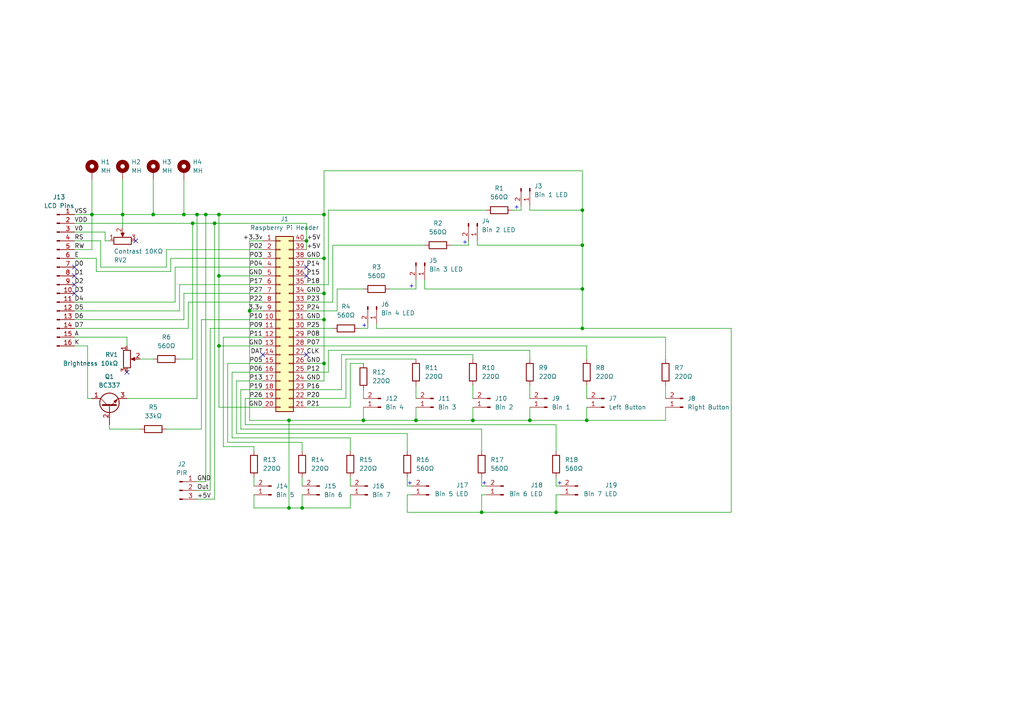
<source format=kicad_sch>
(kicad_sch (version 20231120) (generator "eeschema") (generator_version "8.0")
  (paper "A4")
  (lib_symbols
    (symbol "Connector:Conn_01x02_Pin" (pin_names (offset 1.016) hide)
      (property "Reference" "J" (at 0 2.54 0))
      (property "Value" "Conn_01x02_Pin" (at 0 -5.08 0))
      (symbol "Conn_01x02_Pin_1_1"
        (polyline (pts (xy 1.27 -2.54) (xy 0.8636 -2.54)) (stroke (width 0.1524)))
        (polyline (pts (xy 1.27 0) (xy 0.8636 0)) (stroke (width 0.1524)))
        (rectangle (start 0.8636 -2.413) (end 0 -2.667) (stroke (width 0.1524)) (fill (type outline)))
        (rectangle (start 0.8636 0.127) (end 0 -0.127) (stroke (width 0.1524)) (fill (type outline)))
        (pin passive line (at 5.08 0 180) (length 3.81) (name "Pin_1") (number "1"))
        (pin passive line (at 5.08 -2.54 180) (length 3.81) (name "Pin_2") (number "2"))
      )
    )
    (symbol "Connector:Conn_01x03_Pin" (pin_names (offset 1.016) hide)
      (property "Reference" "J" (at 0 5.08 0))
      (property "Value" "Conn_01x03_Pin" (at 0 -5.08 0))
      (symbol "Conn_01x03_Pin_1_1"
        (polyline (pts (xy 1.27 -2.54) (xy 0.8636 -2.54)) (stroke (width 0.1524)))
        (polyline (pts (xy 1.27 0) (xy 0.8636 0)) (stroke (width 0.1524)))
        (polyline (pts (xy 1.27 2.54) (xy 0.8636 2.54)) (stroke (width 0.1524)))
        (rectangle (start 0.8636 -2.413) (end 0 -2.667) (stroke (width 0.1524)) (fill (type outline)))
        (rectangle (start 0.8636 0.127) (end 0 -0.127) (stroke (width 0.1524)) (fill (type outline)))
        (rectangle (start 0.8636 2.667) (end 0 2.413) (stroke (width 0.1524)) (fill (type outline)))
        (pin passive line (at 5.08 2.54 180) (length 3.81) (name "Pin_1") (number "1"))
        (pin passive line (at 5.08 0 180) (length 3.81) (name "Pin_2") (number "2"))
        (pin passive line (at 5.08 -2.54 180) (length 3.81) (name "Pin_3") (number "3"))
      )
    )
    (symbol "Connector:Conn_01x16_Pin" (pin_names (offset 1.016) hide)
      (property "Reference" "J" (at 0 20.32 0))
      (property "Value" "Conn_01x16_Pin" (at 0 -22.86 0))
      (symbol "Conn_01x16_Pin_1_1"
        (polyline (pts (xy 1.27 -20.32) (xy 0.8636 -20.32)) (stroke (width 0.1524)))
        (polyline (pts (xy 1.27 -17.78) (xy 0.8636 -17.78)) (stroke (width 0.1524)))
        (polyline (pts (xy 1.27 -15.24) (xy 0.8636 -15.24)) (stroke (width 0.1524)))
        (polyline (pts (xy 1.27 -12.7) (xy 0.8636 -12.7)) (stroke (width 0.1524)))
        (polyline (pts (xy 1.27 -10.16) (xy 0.8636 -10.16)) (stroke (width 0.1524)))
        (polyline (pts (xy 1.27 -7.62) (xy 0.8636 -7.62)) (stroke (width 0.1524)))
        (polyline (pts (xy 1.27 -5.08) (xy 0.8636 -5.08)) (stroke (width 0.1524)))
        (polyline (pts (xy 1.27 -2.54) (xy 0.8636 -2.54)) (stroke (width 0.1524)))
        (polyline (pts (xy 1.27 0) (xy 0.8636 0)) (stroke (width 0.1524)))
        (polyline (pts (xy 1.27 2.54) (xy 0.8636 2.54)) (stroke (width 0.1524)))
        (polyline (pts (xy 1.27 5.08) (xy 0.8636 5.08)) (stroke (width 0.1524)))
        (polyline (pts (xy 1.27 7.62) (xy 0.8636 7.62)) (stroke (width 0.1524)))
        (polyline (pts (xy 1.27 10.16) (xy 0.8636 10.16)) (stroke (width 0.1524)))
        (polyline (pts (xy 1.27 12.7) (xy 0.8636 12.7)) (stroke (width 0.1524)))
        (polyline (pts (xy 1.27 15.24) (xy 0.8636 15.24)) (stroke (width 0.1524)))
        (polyline (pts (xy 1.27 17.78) (xy 0.8636 17.78)) (stroke (width 0.1524)))
        (rectangle (start 0.8636 -20.193) (end 0 -20.447) (stroke (width 0.1524)) (fill (type outline)))
        (rectangle (start 0.8636 -17.653) (end 0 -17.907) (stroke (width 0.1524)) (fill (type outline)))
        (rectangle (start 0.8636 -15.113) (end 0 -15.367) (stroke (width 0.1524)) (fill (type outline)))
        (rectangle (start 0.8636 -12.573) (end 0 -12.827) (stroke (width 0.1524)) (fill (type outline)))
        (rectangle (start 0.8636 -10.033) (end 0 -10.287) (stroke (width 0.1524)) (fill (type outline)))
        (rectangle (start 0.8636 -7.493) (end 0 -7.747) (stroke (width 0.1524)) (fill (type outline)))
        (rectangle (start 0.8636 -4.953) (end 0 -5.207) (stroke (width 0.1524)) (fill (type outline)))
        (rectangle (start 0.8636 -2.413) (end 0 -2.667) (stroke (width 0.1524)) (fill (type outline)))
        (rectangle (start 0.8636 0.127) (end 0 -0.127) (stroke (width 0.1524)) (fill (type outline)))
        (rectangle (start 0.8636 2.667) (end 0 2.413) (stroke (width 0.1524)) (fill (type outline)))
        (rectangle (start 0.8636 5.207) (end 0 4.953) (stroke (width 0.1524)) (fill (type outline)))
        (rectangle (start 0.8636 7.747) (end 0 7.493) (stroke (width 0.1524)) (fill (type outline)))
        (rectangle (start 0.8636 10.287) (end 0 10.033) (stroke (width 0.1524)) (fill (type outline)))
        (rectangle (start 0.8636 12.827) (end 0 12.573) (stroke (width 0.1524)) (fill (type outline)))
        (rectangle (start 0.8636 15.367) (end 0 15.113) (stroke (width 0.1524)) (fill (type outline)))
        (rectangle (start 0.8636 17.907) (end 0 17.653) (stroke (width 0.1524)) (fill (type outline)))
        (pin passive line (at 5.08 17.78 180) (length 3.81) (name "Pin_1") (number "1"))
        (pin passive line (at 5.08 -5.08 180) (length 3.81) (name "Pin_10") (number "10"))
        (pin passive line (at 5.08 -7.62 180) (length 3.81) (name "Pin_11") (number "11"))
        (pin passive line (at 5.08 -10.16 180) (length 3.81) (name "Pin_12") (number "12"))
        (pin passive line (at 5.08 -12.7 180) (length 3.81) (name "Pin_13") (number "13"))
        (pin passive line (at 5.08 -15.24 180) (length 3.81) (name "Pin_14") (number "14"))
        (pin passive line (at 5.08 -17.78 180) (length 3.81) (name "Pin_15") (number "15"))
        (pin passive line (at 5.08 -20.32 180) (length 3.81) (name "Pin_16") (number "16"))
        (pin passive line (at 5.08 15.24 180) (length 3.81) (name "Pin_2") (number "2"))
        (pin passive line (at 5.08 12.7 180) (length 3.81) (name "Pin_3") (number "3"))
        (pin passive line (at 5.08 10.16 180) (length 3.81) (name "Pin_4") (number "4"))
        (pin passive line (at 5.08 7.62 180) (length 3.81) (name "Pin_5") (number "5"))
        (pin passive line (at 5.08 5.08 180) (length 3.81) (name "Pin_6") (number "6"))
        (pin passive line (at 5.08 2.54 180) (length 3.81) (name "Pin_7") (number "7"))
        (pin passive line (at 5.08 0 180) (length 3.81) (name "Pin_8") (number "8"))
        (pin passive line (at 5.08 -2.54 180) (length 3.81) (name "Pin_9") (number "9"))
      )
    )
    (symbol "Connector_Generic:Conn_02x20_Counter_Clockwise" (pin_names (offset 1.016) hide)
      (property "Reference" "J" (at 1.27 25.4 0))
      (property "Value" "Conn_02x20_Counter_Clockwise" (at 1.27 -27.94 0))
      (symbol "Conn_02x20_Counter_Clockwise_1_1"
        (rectangle (start -1.27 -25.273) (end 0 -25.527) (stroke (width 0.1524)))
        (rectangle (start -1.27 -22.733) (end 0 -22.987) (stroke (width 0.1524)))
        (rectangle (start -1.27 -20.193) (end 0 -20.447) (stroke (width 0.1524)))
        (rectangle (start -1.27 -17.653) (end 0 -17.907) (stroke (width 0.1524)))
        (rectangle (start -1.27 -15.113) (end 0 -15.367) (stroke (width 0.1524)))
        (rectangle (start -1.27 -12.573) (end 0 -12.827) (stroke (width 0.1524)))
        (rectangle (start -1.27 -10.033) (end 0 -10.287) (stroke (width 0.1524)))
        (rectangle (start -1.27 -7.493) (end 0 -7.747) (stroke (width 0.1524)))
        (rectangle (start -1.27 -4.953) (end 0 -5.207) (stroke (width 0.1524)))
        (rectangle (start -1.27 -2.413) (end 0 -2.667) (stroke (width 0.1524)))
        (rectangle (start -1.27 0.127) (end 0 -0.127) (stroke (width 0.1524)))
        (rectangle (start -1.27 2.667) (end 0 2.413) (stroke (width 0.1524)))
        (rectangle (start -1.27 5.207) (end 0 4.953) (stroke (width 0.1524)))
        (rectangle (start -1.27 7.747) (end 0 7.493) (stroke (width 0.1524)))
        (rectangle (start -1.27 10.287) (end 0 10.033) (stroke (width 0.1524)))
        (rectangle (start -1.27 12.827) (end 0 12.573) (stroke (width 0.1524)))
        (rectangle (start -1.27 15.367) (end 0 15.113) (stroke (width 0.1524)))
        (rectangle (start -1.27 17.907) (end 0 17.653) (stroke (width 0.1524)))
        (rectangle (start -1.27 20.447) (end 0 20.193) (stroke (width 0.1524)))
        (rectangle (start -1.27 22.987) (end 0 22.733) (stroke (width 0.1524)))
        (rectangle (start -1.27 24.13) (end 3.81 -26.67) (stroke (width 0.254)) (fill (type background)))
        (rectangle (start 3.81 -25.273) (end 2.54 -25.527) (stroke (width 0.1524)))
        (rectangle (start 3.81 -22.733) (end 2.54 -22.987) (stroke (width 0.1524)))
        (rectangle (start 3.81 -20.193) (end 2.54 -20.447) (stroke (width 0.1524)))
        (rectangle (start 3.81 -17.653) (end 2.54 -17.907) (stroke (width 0.1524)))
        (rectangle (start 3.81 -15.113) (end 2.54 -15.367) (stroke (width 0.1524)))
        (rectangle (start 3.81 -12.573) (end 2.54 -12.827) (stroke (width 0.1524)))
        (rectangle (start 3.81 -10.033) (end 2.54 -10.287) (stroke (width 0.1524)))
        (rectangle (start 3.81 -7.493) (end 2.54 -7.747) (stroke (width 0.1524)))
        (rectangle (start 3.81 -4.953) (end 2.54 -5.207) (stroke (width 0.1524)))
        (rectangle (start 3.81 -2.413) (end 2.54 -2.667) (stroke (width 0.1524)))
        (rectangle (start 3.81 0.127) (end 2.54 -0.127) (stroke (width 0.1524)))
        (rectangle (start 3.81 2.667) (end 2.54 2.413) (stroke (width 0.1524)))
        (rectangle (start 3.81 5.207) (end 2.54 4.953) (stroke (width 0.1524)))
        (rectangle (start 3.81 7.747) (end 2.54 7.493) (stroke (width 0.1524)))
        (rectangle (start 3.81 10.287) (end 2.54 10.033) (stroke (width 0.1524)))
        (rectangle (start 3.81 12.827) (end 2.54 12.573) (stroke (width 0.1524)))
        (rectangle (start 3.81 15.367) (end 2.54 15.113) (stroke (width 0.1524)))
        (rectangle (start 3.81 17.907) (end 2.54 17.653) (stroke (width 0.1524)))
        (rectangle (start 3.81 20.447) (end 2.54 20.193) (stroke (width 0.1524)))
        (rectangle (start 3.81 22.987) (end 2.54 22.733) (stroke (width 0.1524)))
        (pin passive line (at -5.08 22.86 0) (length 3.81) (name "Pin_1") (number "1"))
        (pin passive line (at -5.08 0 0) (length 3.81) (name "Pin_10") (number "10"))
        (pin passive line (at -5.08 -2.54 0) (length 3.81) (name "Pin_11") (number "11"))
        (pin passive line (at -5.08 -5.08 0) (length 3.81) (name "Pin_12") (number "12"))
        (pin passive line (at -5.08 -7.62 0) (length 3.81) (name "Pin_13") (number "13"))
        (pin passive line (at -5.08 -10.16 0) (length 3.81) (name "Pin_14") (number "14"))
        (pin passive line (at -5.08 -12.7 0) (length 3.81) (name "Pin_15") (number "15"))
        (pin passive line (at -5.08 -15.24 0) (length 3.81) (name "Pin_16") (number "16"))
        (pin passive line (at -5.08 -17.78 0) (length 3.81) (name "Pin_17") (number "17"))
        (pin passive line (at -5.08 -20.32 0) (length 3.81) (name "Pin_18") (number "18"))
        (pin passive line (at -5.08 -22.86 0) (length 3.81) (name "Pin_19") (number "19"))
        (pin passive line (at -5.08 20.32 0) (length 3.81) (name "Pin_2") (number "2"))
        (pin passive line (at -5.08 -25.4 0) (length 3.81) (name "Pin_20") (number "20"))
        (pin passive line (at 7.62 -25.4 180) (length 3.81) (name "Pin_21") (number "21"))
        (pin passive line (at 7.62 -22.86 180) (length 3.81) (name "Pin_22") (number "22"))
        (pin passive line (at 7.62 -20.32 180) (length 3.81) (name "Pin_23") (number "23"))
        (pin passive line (at 7.62 -17.78 180) (length 3.81) (name "Pin_24") (number "24"))
        (pin passive line (at 7.62 -15.24 180) (length 3.81) (name "Pin_25") (number "25"))
        (pin passive line (at 7.62 -12.7 180) (length 3.81) (name "Pin_26") (number "26"))
        (pin passive line (at 7.62 -10.16 180) (length 3.81) (name "Pin_27") (number "27"))
        (pin passive line (at 7.62 -7.62 180) (length 3.81) (name "Pin_28") (number "28"))
        (pin passive line (at 7.62 -5.08 180) (length 3.81) (name "Pin_29") (number "29"))
        (pin passive line (at -5.08 17.78 0) (length 3.81) (name "Pin_3") (number "3"))
        (pin passive line (at 7.62 -2.54 180) (length 3.81) (name "Pin_30") (number "30"))
        (pin passive line (at 7.62 0 180) (length 3.81) (name "Pin_31") (number "31"))
        (pin passive line (at 7.62 2.54 180) (length 3.81) (name "Pin_32") (number "32"))
        (pin passive line (at 7.62 5.08 180) (length 3.81) (name "Pin_33") (number "33"))
        (pin passive line (at 7.62 7.62 180) (length 3.81) (name "Pin_34") (number "34"))
        (pin passive line (at 7.62 10.16 180) (length 3.81) (name "Pin_35") (number "35"))
        (pin passive line (at 7.62 12.7 180) (length 3.81) (name "Pin_36") (number "36"))
        (pin passive line (at 7.62 15.24 180) (length 3.81) (name "Pin_37") (number "37"))
        (pin passive line (at 7.62 17.78 180) (length 3.81) (name "Pin_38") (number "38"))
        (pin passive line (at 7.62 20.32 180) (length 3.81) (name "Pin_39") (number "39"))
        (pin passive line (at -5.08 15.24 0) (length 3.81) (name "Pin_4") (number "4"))
        (pin passive line (at 7.62 22.86 180) (length 3.81) (name "Pin_40") (number "40"))
        (pin passive line (at -5.08 12.7 0) (length 3.81) (name "Pin_5") (number "5"))
        (pin passive line (at -5.08 10.16 0) (length 3.81) (name "Pin_6") (number "6"))
        (pin passive line (at -5.08 7.62 0) (length 3.81) (name "Pin_7") (number "7"))
        (pin passive line (at -5.08 5.08 0) (length 3.81) (name "Pin_8") (number "8"))
        (pin passive line (at -5.08 2.54 0) (length 3.81) (name "Pin_9") (number "9"))
      )
    )
    (symbol "Device:R" (pin_numbers hide) (pin_names (offset 0))
      (property "Reference" "R" (at 2.032 0 90))
      (property "Value" "R" (at 0 0 90))
      (symbol "R_0_1"
        (rectangle (start -1.016 -2.54) (end 1.016 2.54) (stroke (width 0.254)))
      )
      (symbol "R_1_1"
        (pin passive line (at 0 3.81 270) (length 1.27) (name "~") (number "1"))
        (pin passive line (at 0 -3.81 90) (length 1.27) (name "~") (number "2"))
      )
    )
    (symbol "Device:R_Potentiometer" (pin_names (offset 1.016) hide)
      (property "Reference" "RV" (at -4.445 0 90))
      (property "Value" "R_Potentiometer" (at -2.54 0 90))
      (symbol "R_Potentiometer_0_1"
        (polyline (pts (xy 2.54 0) (xy 1.524 0)))
        (polyline (pts (xy 1.143 0) (xy 2.286 0.508) (xy 2.286 -0.508) (xy 1.143 0)) (fill (type outline)))
        (rectangle (start 1.016 2.54) (end -1.016 -2.54) (stroke (width 0.254)))
      )
      (symbol "R_Potentiometer_1_1"
        (pin passive line (at 0 3.81 270) (length 1.27) (name "1") (number "1"))
        (pin passive line (at 3.81 0 180) (length 1.27) (name "2") (number "2"))
        (pin passive line (at 0 -3.81 90) (length 1.27) (name "3") (number "3"))
      )
    )
    (symbol "Mechanical:MountingHole_Pad" (pin_numbers hide) (pin_names (offset 1.016) hide) (exclude_from_sim yes) (in_bom no)
      (property "Reference" "H" (at 0 6.35 0))
      (property "Value" "MountingHole_Pad" (at 0 4.445 0))
      (symbol "MountingHole_Pad_0_1"
        (circle (center 0 1.27) (radius 1.27) (stroke (width 1.27)))
      )
      (symbol "MountingHole_Pad_1_1"
        (pin input line (at 0 -2.54 90) (length 2.54) (name "1") (number "1"))
      )
    )
    (symbol "Transistor_BJT:BC337" (pin_names (offset 0) hide)
      (property "Reference" "Q" (at 5.08 1.905 0))
      (property "Value" "BC337" (at 5.08 0 0))
      (symbol "BC337_0_1"
        (polyline (pts (xy 0 0) (xy 0.635 0)))
        (polyline (pts (xy 0.635 0.635) (xy 2.54 2.54)))
        (polyline (pts (xy 0.635 -0.635) (xy 2.54 -2.54) (xy 2.54 -2.54)))
        (polyline (pts (xy 0.635 1.905) (xy 0.635 -1.905) (xy 0.635 -1.905)) (stroke (width 0.508)))
        (polyline (pts (xy 1.27 -1.778) (xy 1.778 -1.27) (xy 2.286 -2.286) (xy 1.27 -1.778) (xy 1.27 -1.778)) (fill (type outline)))
        (circle (center 1.27 0) (radius 2.8194) (stroke (width 0.254)))
      )
      (symbol "BC337_1_1"
        (pin passive line (at 2.54 5.08 270) (length 2.54) (name "C") (number "1"))
        (pin input line (at -5.08 0 0) (length 5.08) (name "B") (number "2"))
        (pin passive line (at 2.54 -5.08 90) (length 2.54) (name "E") (number "3"))
      )
    )
  )
  (junction (at 168.91 60.96))
  (junction (at 168.91 71.12))
  (junction (at 168.91 95.25))
  (junction (at 83.82 121.92))
  (junction (at 62.23 64.77))
  (junction (at 93.98 92.71))
  (junction (at 63.5 100.33))
  (junction (at 83.82 147.32))
  (junction (at 88.9 69.85))
  (junction (at 59.69 62.23))
  (junction (at 161.29 148.59))
  (junction (at 87.63 147.32))
  (junction (at 153.67 121.92))
  (junction (at 35.56 62.23))
  (junction (at 93.98 105.41))
  (junction (at 170.18 121.92))
  (junction (at 72.39 90.17))
  (junction (at 44.45 62.23))
  (junction (at 63.5 80.01))
  (junction (at 93.98 85.09))
  (junction (at 168.91 83.82))
  (junction (at 53.34 62.23))
  (junction (at 26.67 62.23))
  (junction (at 137.16 121.92))
  (junction (at 63.5 62.23))
  (junction (at 105.41 121.92))
  (junction (at 93.98 74.93))
  (junction (at 55.88 64.77))
  (junction (at 139.7 148.59))
  (junction (at 57.15 62.23))
  (junction (at 93.98 62.23))
  (junction (at 120.65 121.92))
  (no_connect (at 36.83 107.95))
  (no_connect (at 76.2 102.87))
  (no_connect (at 21.59 82.55))
  (no_connect (at 88.9 102.87))
  (no_connect (at 21.59 77.47))
  (no_connect (at 21.59 85.09))
  (no_connect (at 88.9 77.47))
  (no_connect (at 21.59 80.01))
  (no_connect (at 39.37 69.85))
  (no_connect (at 88.9 80.01))
  (wire (pts (xy 123.19 83.82) (xy 123.19 81.28)))
  (wire (pts (xy 137.16 102.87) (xy 137.16 104.14)))
  (wire (pts (xy 67.31 107.95) (xy 67.31 127)))
  (wire (pts (xy 68.58 110.49) (xy 68.58 125.73)))
  (wire (pts (xy 76.2 118.11) (xy 63.5 118.11)))
  (wire (pts (xy 59.69 139.7) (xy 59.69 62.23)))
  (wire (pts (xy 153.67 118.11) (xy 153.67 121.92)))
  (wire (pts (xy 101.6 118.11) (xy 88.9 118.11)))
  (wire (pts (xy 101.6 138.43) (xy 101.6 140.97)))
  (wire (pts (xy 93.98 105.41) (xy 93.98 110.49)))
  (wire (pts (xy 52.07 82.55) (xy 76.2 82.55)))
  (wire (pts (xy 87.63 143.51) (xy 87.63 147.32)))
  (wire (pts (xy 140.97 143.51) (xy 139.7 143.51)))
  (wire (pts (xy 52.07 90.17) (xy 52.07 82.55)))
  (wire (pts (xy 48.26 72.39) (xy 76.2 72.39)))
  (wire (pts (xy 138.43 71.12) (xy 168.91 71.12)))
  (wire (pts (xy 58.42 92.71) (xy 76.2 92.71)))
  (wire (pts (xy 93.98 110.49) (xy 88.9 110.49)))
  (wire (pts (xy 120.65 121.92) (xy 137.16 121.92)))
  (wire (pts (xy 31.75 124.46) (xy 40.64 124.46)))
  (wire (pts (xy 135.89 71.12) (xy 135.89 69.85)))
  (wire (pts (xy 153.67 121.92) (xy 170.18 121.92)))
  (wire (pts (xy 60.96 95.25) (xy 76.2 95.25)))
  (wire (pts (xy 87.63 147.32) (xy 83.82 147.32)))
  (wire (pts (xy 76.2 115.57) (xy 71.12 115.57)))
  (wire (pts (xy 59.69 62.23) (xy 63.5 62.23)))
  (wire (pts (xy 44.45 62.23) (xy 35.56 62.23)))
  (wire (pts (xy 168.91 71.12) (xy 168.91 60.96)))
  (wire (pts (xy 53.34 52.07) (xy 53.34 62.23)))
  (wire (pts (xy 99.06 102.87) (xy 137.16 102.87)))
  (wire (pts (xy 109.22 93.98) (xy 109.22 95.25)))
  (wire (pts (xy 170.18 121.92) (xy 193.04 121.92)))
  (wire (pts (xy 118.11 140.97) (xy 119.38 140.97)))
  (wire (pts (xy 168.91 60.96) (xy 168.91 49.53)))
  (wire (pts (xy 97.79 83.82) (xy 97.79 90.17)))
  (wire (pts (xy 73.66 138.43) (xy 73.66 140.97)))
  (wire (pts (xy 53.34 85.09) (xy 76.2 85.09)))
  (wire (pts (xy 30.48 69.85) (xy 31.75 69.85)))
  (wire (pts (xy 26.67 62.23) (xy 21.59 62.23)))
  (wire (pts (xy 170.18 100.33) (xy 88.9 100.33)))
  (wire (pts (xy 93.98 74.93) (xy 93.98 62.23)))
  (wire (pts (xy 30.48 67.31) (xy 21.59 67.31)))
  (wire (pts (xy 130.81 71.12) (xy 135.89 71.12)))
  (wire (pts (xy 63.5 100.33) (xy 76.2 100.33)))
  (wire (pts (xy 62.23 144.78) (xy 62.23 64.77)))
  (wire (pts (xy 140.97 60.96) (xy 95.25 60.96)))
  (wire (pts (xy 71.12 123.19) (xy 161.29 123.19)))
  (wire (pts (xy 118.11 125.73) (xy 118.11 130.81)))
  (wire (pts (xy 100.33 104.14) (xy 100.33 115.57)))
  (wire (pts (xy 168.91 95.25) (xy 212.09 95.25)))
  (wire (pts (xy 88.9 92.71) (xy 93.98 92.71)))
  (wire (pts (xy 63.5 80.01) (xy 76.2 80.01)))
  (wire (pts (xy 76.2 113.03) (xy 69.85 113.03)))
  (wire (pts (xy 25.4 100.33) (xy 21.59 100.33)))
  (wire (pts (xy 120.65 118.11) (xy 120.65 121.92)))
  (wire (pts (xy 69.85 124.46) (xy 139.7 124.46)))
  (wire (pts (xy 76.2 69.85) (xy 72.39 69.85)))
  (wire (pts (xy 21.59 90.17) (xy 52.07 90.17)))
  (wire (pts (xy 212.09 148.59) (xy 161.29 148.59)))
  (wire (pts (xy 139.7 148.59) (xy 139.7 143.51)))
  (wire (pts (xy 76.2 105.41) (xy 66.04 105.41)))
  (wire (pts (xy 36.83 115.57) (xy 57.15 115.57)))
  (wire (pts (xy 99.06 113.03) (xy 88.9 113.03)))
  (wire (pts (xy 118.11 143.51) (xy 118.11 148.59)))
  (wire (pts (xy 27.94 74.93) (xy 27.94 78.74)))
  (wire (pts (xy 106.68 95.25) (xy 106.68 93.98)))
  (wire (pts (xy 57.15 139.7) (xy 59.69 139.7)))
  (wire (pts (xy 101.6 105.41) (xy 101.6 118.11)))
  (wire (pts (xy 88.9 69.85) (xy 88.9 72.39)))
  (wire (pts (xy 139.7 138.43) (xy 139.7 140.97)))
  (wire (pts (xy 105.41 83.82) (xy 97.79 83.82)))
  (wire (pts (xy 93.98 85.09) (xy 93.98 74.93)))
  (wire (pts (xy 87.63 138.43) (xy 87.63 140.97)))
  (wire (pts (xy 101.6 143.51) (xy 101.6 147.32)))
  (wire (pts (xy 95.25 101.6) (xy 95.25 107.95)))
  (wire (pts (xy 67.31 127) (xy 101.6 127)))
  (wire (pts (xy 88.9 105.41) (xy 93.98 105.41)))
  (wire (pts (xy 63.5 118.11) (xy 63.5 100.33)))
  (wire (pts (xy 72.39 69.85) (xy 72.39 90.17)))
  (wire (pts (xy 63.5 80.01) (xy 63.5 62.23)))
  (wire (pts (xy 168.91 83.82) (xy 168.91 71.12)))
  (wire (pts (xy 27.94 78.74) (xy 49.53 78.74)))
  (wire (pts (xy 101.6 147.32) (xy 87.63 147.32)))
  (wire (pts (xy 63.5 62.23) (xy 93.98 62.23)))
  (wire (pts (xy 30.48 69.85) (xy 30.48 67.31)))
  (wire (pts (xy 53.34 92.71) (xy 53.34 85.09)))
  (wire (pts (xy 40.64 104.14) (xy 44.45 104.14)))
  (wire (pts (xy 64.77 97.79) (xy 64.77 129.54)))
  (wire (pts (xy 21.59 74.93) (xy 27.94 74.93)))
  (wire (pts (xy 93.98 105.41) (xy 93.98 92.71)))
  (wire (pts (xy 101.6 127) (xy 101.6 130.81)))
  (wire (pts (xy 148.59 60.96) (xy 151.13 60.96)))
  (wire (pts (xy 139.7 124.46) (xy 139.7 130.81)))
  (wire (pts (xy 76.2 110.49) (xy 68.58 110.49)))
  (wire (pts (xy 153.67 59.69) (xy 153.67 60.96)))
  (wire (pts (xy 31.75 123.19) (xy 31.75 124.46)))
  (wire (pts (xy 153.67 111.76) (xy 153.67 115.57)))
  (wire (pts (xy 93.98 92.71) (xy 93.98 85.09)))
  (wire (pts (xy 58.42 124.46) (xy 58.42 92.71)))
  (wire (pts (xy 118.11 148.59) (xy 139.7 148.59)))
  (wire (pts (xy 83.82 121.92) (xy 83.82 147.32)))
  (wire (pts (xy 162.56 143.51) (xy 161.29 143.51)))
  (wire (pts (xy 83.82 121.92) (xy 105.41 121.92)))
  (wire (pts (xy 193.04 118.11) (xy 193.04 121.92)))
  (wire (pts (xy 95.25 101.6) (xy 153.67 101.6)))
  (wire (pts (xy 113.03 83.82) (xy 120.65 83.82)))
  (wire (pts (xy 63.5 100.33) (xy 63.5 80.01)))
  (wire (pts (xy 44.45 52.07) (xy 44.45 62.23)))
  (wire (pts (xy 88.9 64.77) (xy 62.23 64.77)))
  (wire (pts (xy 123.19 71.12) (xy 96.52 71.12)))
  (wire (pts (xy 161.29 123.19) (xy 161.29 130.81)))
  (wire (pts (xy 55.88 64.77) (xy 21.59 64.77)))
  (wire (pts (xy 54.61 87.63) (xy 76.2 87.63)))
  (wire (pts (xy 35.56 52.07) (xy 35.56 62.23)))
  (wire (pts (xy 96.52 71.12) (xy 96.52 87.63)))
  (wire (pts (xy 48.26 77.47) (xy 48.26 72.39)))
  (wire (pts (xy 76.2 107.95) (xy 67.31 107.95)))
  (wire (pts (xy 60.96 142.24) (xy 60.96 95.25)))
  (wire (pts (xy 69.85 113.03) (xy 69.85 124.46)))
  (wire (pts (xy 52.07 104.14) (xy 55.88 104.14)))
  (wire (pts (xy 87.63 128.27) (xy 87.63 130.81)))
  (wire (pts (xy 57.15 142.24) (xy 60.96 142.24)))
  (wire (pts (xy 21.59 95.25) (xy 54.61 95.25)))
  (wire (pts (xy 49.53 78.74) (xy 49.53 74.93)))
  (wire (pts (xy 193.04 97.79) (xy 88.9 97.79)))
  (wire (pts (xy 153.67 60.96) (xy 168.91 60.96)))
  (wire (pts (xy 21.59 97.79) (xy 36.83 97.79)))
  (wire (pts (xy 76.2 90.17) (xy 72.39 90.17)))
  (wire (pts (xy 97.79 90.17) (xy 88.9 90.17)))
  (wire (pts (xy 21.59 87.63) (xy 50.8 87.63)))
  (wire (pts (xy 120.65 83.82) (xy 120.65 81.28)))
  (wire (pts (xy 36.83 100.33) (xy 36.83 97.79)))
  (wire (pts (xy 29.21 77.47) (xy 48.26 77.47)))
  (wire (pts (xy 151.13 59.69) (xy 151.13 60.96)))
  (wire (pts (xy 137.16 111.76) (xy 137.16 115.57)))
  (wire (pts (xy 59.69 62.23) (xy 57.15 62.23)))
  (wire (pts (xy 48.26 124.46) (xy 58.42 124.46)))
  (wire (pts (xy 29.21 69.85) (xy 29.21 77.47)))
  (wire (pts (xy 72.39 90.17) (xy 72.39 121.92)))
  (wire (pts (xy 168.91 95.25) (xy 168.91 83.82)))
  (wire (pts (xy 49.53 74.93) (xy 76.2 74.93)))
  (wire (pts (xy 25.4 100.33) (xy 25.4 115.57)))
  (wire (pts (xy 66.04 105.41) (xy 66.04 128.27)))
  (wire (pts (xy 62.23 64.77) (xy 55.88 64.77)))
  (wire (pts (xy 64.77 129.54) (xy 73.66 129.54)))
  (wire (pts (xy 50.8 77.47) (xy 76.2 77.47)))
  (wire (pts (xy 21.59 72.39) (xy 26.67 72.39)))
  (wire (pts (xy 95.25 107.95) (xy 88.9 107.95)))
  (wire (pts (xy 193.04 104.14) (xy 193.04 97.79)))
  (wire (pts (xy 21.59 92.71) (xy 53.34 92.71)))
  (wire (pts (xy 21.59 69.85) (xy 29.21 69.85)))
  (wire (pts (xy 26.67 52.07) (xy 26.67 62.23)))
  (wire (pts (xy 170.18 118.11) (xy 170.18 121.92)))
  (wire (pts (xy 123.19 83.82) (xy 168.91 83.82)))
  (wire (pts (xy 120.65 111.76) (xy 120.65 115.57)))
  (wire (pts (xy 71.12 115.57) (xy 71.12 123.19)))
  (wire (pts (xy 96.52 87.63) (xy 88.9 87.63)))
  (wire (pts (xy 212.09 95.25) (xy 212.09 148.59)))
  (wire (pts (xy 93.98 49.53) (xy 93.98 62.23)))
  (wire (pts (xy 55.88 64.77) (xy 55.88 104.14)))
  (wire (pts (xy 118.11 138.43) (xy 118.11 140.97)))
  (wire (pts (xy 50.8 87.63) (xy 50.8 77.47)))
  (wire (pts (xy 26.67 72.39) (xy 26.67 62.23)))
  (wire (pts (xy 99.06 102.87) (xy 99.06 113.03)))
  (wire (pts (xy 72.39 121.92) (xy 83.82 121.92)))
  (wire (pts (xy 68.58 125.73) (xy 118.11 125.73)))
  (wire (pts (xy 53.34 62.23) (xy 44.45 62.23)))
  (wire (pts (xy 88.9 74.93) (xy 93.98 74.93)))
  (wire (pts (xy 161.29 148.59) (xy 161.29 143.51)))
  (wire (pts (xy 95.25 60.96) (xy 95.25 82.55)))
  (wire (pts (xy 105.41 121.92) (xy 120.65 121.92)))
  (wire (pts (xy 57.15 62.23) (xy 53.34 62.23)))
  (wire (pts (xy 95.25 82.55) (xy 88.9 82.55)))
  (wire (pts (xy 138.43 71.12) (xy 138.43 69.85)))
  (wire (pts (xy 139.7 140.97) (xy 140.97 140.97)))
  (wire (pts (xy 88.9 69.85) (xy 88.9 64.77)))
  (wire (pts (xy 153.67 101.6) (xy 153.67 104.14)))
  (wire (pts (xy 88.9 85.09) (xy 93.98 85.09)))
  (wire (pts (xy 193.04 111.76) (xy 193.04 115.57)))
  (wire (pts (xy 83.82 147.32) (xy 73.66 147.32)))
  (wire (pts (xy 100.33 104.14) (xy 120.65 104.14)))
  (wire (pts (xy 161.29 148.59) (xy 139.7 148.59)))
  (wire (pts (xy 105.41 118.11) (xy 105.41 121.92)))
  (wire (pts (xy 170.18 111.76) (xy 170.18 115.57)))
  (wire (pts (xy 73.66 147.32) (xy 73.66 143.51)))
  (wire (pts (xy 25.4 115.57) (xy 26.67 115.57)))
  (wire (pts (xy 88.9 95.25) (xy 96.52 95.25)))
  (wire (pts (xy 104.14 95.25) (xy 106.68 95.25)))
  (wire (pts (xy 101.6 105.41) (xy 105.41 105.41)))
  (wire (pts (xy 161.29 140.97) (xy 162.56 140.97)))
  (wire (pts (xy 170.18 104.14) (xy 170.18 100.33)))
  (wire (pts (xy 137.16 121.92) (xy 153.67 121.92)))
  (wire (pts (xy 119.38 143.51) (xy 118.11 143.51)))
  (wire (pts (xy 57.15 115.57) (xy 57.15 62.23)))
  (wire (pts (xy 73.66 129.54) (xy 73.66 130.81)))
  (wire (pts (xy 35.56 62.23) (xy 26.67 62.23)))
  (wire (pts (xy 168.91 49.53) (xy 93.98 49.53)))
  (wire (pts (xy 54.61 95.25) (xy 54.61 87.63)))
  (wire (pts (xy 161.29 138.43) (xy 161.29 140.97)))
  (wire (pts (xy 109.22 95.25) (xy 168.91 95.25)))
  (wire (pts (xy 76.2 97.79) (xy 64.77 97.79)))
  (wire (pts (xy 137.16 118.11) (xy 137.16 121.92)))
  (wire (pts (xy 105.41 113.03) (xy 105.41 115.57)))
  (wire (pts (xy 35.56 62.23) (xy 35.56 66.04)))
  (wire (pts (xy 57.15 144.78) (xy 62.23 144.78)))
  (wire (pts (xy 100.33 115.57) (xy 88.9 115.57)))
  (wire (pts (xy 66.04 128.27) (xy 87.63 128.27)))
  (text "+" (at 149.86 60.198 0) (effects (font (size 1.27 1.27))))
  (text "+" (at 118.872 140.208 0) (effects (font (size 1.27 1.27))))
  (text "+" (at 134.874 70.358 0) (effects (font (size 1.27 1.27))))
  (text "+" (at 119.38 83.058 0) (effects (font (size 1.27 1.27))))
  (text "+" (at 162.306 140.208 0) (effects (font (size 1.27 1.27))))
  (text "+" (at 140.462 140.208 0) (effects (font (size 1.27 1.27))))
  (text "+" (at 105.664 94.488 0) (effects (font (size 1.27 1.27))))
  (label "GND" (at 88.9 105.41 0))
  (label "P09" (at 76.2 95.25 180))
  (label "VSS" (at 21.59 62.23 0))
  (label "P22" (at 76.2 87.63 180))
  (label "GND" (at 76.2 118.11 180))
  (label "+5V" (at 88.9 72.39 0))
  (label "D7" (at 21.59 95.25 0))
  (label "P17" (at 76.2 82.55 180))
  (label "D4" (at 21.59 87.63 0))
  (label "P16" (at 88.9 113.03 0))
  (label "GND" (at 76.2 100.33 180))
  (label "DAT" (at 76.2 102.87 180))
  (label "P26" (at 76.2 115.57 180))
  (label "P24" (at 88.9 90.17 0))
  (label "P20" (at 88.9 115.57 0))
  (label "P05" (at 76.2 105.41 180))
  (label "P04" (at 76.2 77.47 180))
  (label "P15" (at 88.9 80.01 0))
  (label "GND" (at 88.9 92.71 0))
  (label "K" (at 21.59 100.33 0))
  (label "P23" (at 88.9 87.63 0))
  (label "P25" (at 88.9 95.25 0))
  (label "E" (at 21.59 74.93 0))
  (label "P18" (at 88.9 82.55 0))
  (label "RW" (at 21.59 72.39 0))
  (label "P08" (at 88.9 97.79 0))
  (label "P07" (at 88.9 100.33 0))
  (label "D0" (at 21.59 77.47 0))
  (label "GND" (at 88.9 85.09 0))
  (label "P11" (at 76.2 97.79 180))
  (label "P03" (at 76.2 74.93 180))
  (label "GND" (at 88.9 74.93 0))
  (label "+5V" (at 88.9 69.85 0))
  (label "GND" (at 76.2 80.01 180))
  (label "P06" (at 76.2 107.95 180))
  (label "A" (at 21.59 97.79 0))
  (label "GND" (at 57.15 139.7 0))
  (label "D1" (at 21.59 80.01 0))
  (label "Out" (at 57.15 142.24 0))
  (label "+5V" (at 57.15 144.78 0))
  (label "RS" (at 21.59 69.85 0))
  (label "VDD" (at 21.59 64.77 0))
  (label "D5" (at 21.59 90.17 0))
  (label "P19" (at 76.2 113.03 180))
  (label "P21" (at 88.9 118.11 0))
  (label "GND" (at 88.9 110.49 0))
  (label "+3.3v" (at 76.2 69.85 180))
  (label "P12" (at 88.9 107.95 0))
  (label "D6" (at 21.59 92.71 0))
  (label "CLK" (at 88.9 102.87 0))
  (label "D2" (at 21.59 82.55 0))
  (label "P02" (at 76.2 72.39 180))
  (label "V0" (at 21.59 67.31 0))
  (label "P10" (at 76.2 92.71 180))
  (label "P27" (at 76.2 85.09 180))
  (label "D3" (at 21.59 85.09 0))
  (label "3.3v" (at 76.2 90.17 180))
  (label "P13" (at 76.2 110.49 180))
  (label "P14" (at 88.9 77.47 0))
  (symbol (lib_id "Connector:Conn_01x16_Pin") (at 16.51 80.01 0) (unit 1)
    (property "Reference" "J13" (at 17.145 57.15 0))
    (property "Value" "LCD Pins" (at 17.145 59.69 0))
    (property "Footprint" "Connector_PinSocket_2.54mm:PinSocket_1x16_P2.54mm_Horizontal" (effects (hide yes)))
    (property "Description" "Generic connector, single row, 01x16, script generated" (effects (hide yes)))
  )
  (symbol (lib_id "Device:R") (at 139.7 134.62 180) (unit 1)
    (property "Reference" "R17" (at 142.24 133.3499 0) (effects (justify right)))
    (property "Value" "560Ω" (at 142.24 135.8899 0) (effects (justify right)))
    (property "Footprint" "Resistor_THT:R_Axial_DIN0207_L6.3mm_D2.5mm_P10.16mm_Horizontal" (effects (hide yes)))
    (property "Description" "Resistor" (effects (hide yes)))
  )
  (symbol (lib_id "Device:R") (at 109.22 83.82 90) (unit 1)
    (property "Reference" "R3" (at 109.22 77.47 90))
    (property "Value" "560Ω" (at 109.22 80.01 90))
    (property "Footprint" "Resistor_THT:R_Axial_DIN0207_L6.3mm_D2.5mm_P10.16mm_Horizontal" (effects (hide yes)))
    (property "Description" "Resistor" (effects (hide yes)))
  )
  (symbol (lib_id "Device:R") (at 127 71.12 90) (unit 1)
    (property "Reference" "R2" (at 127 64.77 90))
    (property "Value" "560Ω" (at 127 67.31 90))
    (property "Footprint" "Resistor_THT:R_Axial_DIN0207_L6.3mm_D2.5mm_P10.16mm_Horizontal" (effects (hide yes)))
    (property "Description" "Resistor" (effects (hide yes)))
  )
  (symbol (lib_id "Device:R_Potentiometer") (at 35.56 69.85 90) (unit 1)
    (property "Reference" "RV2" (at 33.02 75.438 90) (effects (justify right)))
    (property "Value" "Contrast 10KΩ" (at 33.02 72.898 90) (effects (justify right)))
    (property "Footprint" "Potentiometer_THT:Potentiometer_Runtron_RM-065_Vertical" (effects (hide yes)))
    (property "Description" "Potentiometer" (effects (hide yes)))
  )
  (symbol (lib_id "Connector:Conn_01x02_Pin") (at 146.05 143.51 180) (unit 1)
    (property "Reference" "J18" (at 157.48 140.716 0) (effects (justify left)))
    (property "Value" "Bin 6 LED" (at 157.48 143.256 0) (effects (justify left)))
    (property "Footprint" "Connector_PinHeader_2.54mm:PinHeader_1x02_P2.54mm_Vertical" (effects (hide yes)))
    (property "Description" "Generic connector, single row, 01x02, script generated" (effects (hide yes)))
  )
  (symbol (lib_id "Connector:Conn_01x02_Pin") (at 123.19 76.2 270) (unit 1)
    (property "Reference" "J5" (at 124.46 75.5649 90) (effects (justify left)))
    (property "Value" "Bin 3 LED" (at 124.46 78.1049 90) (effects (justify left)))
    (property "Footprint" "Connector_PinHeader_2.54mm:PinHeader_1x02_P2.54mm_Vertical" (effects (hide yes)))
    (property "Description" "Generic connector, single row, 01x02, script generated" (effects (hide yes)))
  )
  (symbol (lib_id "Connector:Conn_01x02_Pin") (at 109.22 88.9 270) (unit 1)
    (property "Reference" "J6" (at 110.49 88.2649 90) (effects (justify left)))
    (property "Value" "Bin 4 LED" (at 110.49 90.8049 90) (effects (justify left)))
    (property "Footprint" "Connector_PinHeader_2.54mm:PinHeader_1x02_P2.54mm_Vertical" (effects (hide yes)))
    (property "Description" "Generic connector, single row, 01x02, script generated" (effects (hide yes)))
  )
  (symbol (lib_id "Device:R") (at 193.04 107.95 0) (unit 1)
    (property "Reference" "R7" (at 195.58 106.6799 0) (effects (justify left)))
    (property "Value" "220Ω" (at 195.58 109.2199 0) (effects (justify left)))
    (property "Footprint" "Resistor_THT:R_Axial_DIN0207_L6.3mm_D2.5mm_P10.16mm_Horizontal" (effects (hide yes)))
    (property "Description" "Resistor" (effects (hide yes)))
  )
  (symbol (lib_id "Connector:Conn_01x03_Pin") (at 52.07 142.24 0) (unit 1)
    (property "Reference" "J2" (at 52.705 134.62 0))
    (property "Value" "PIR" (at 52.705 137.16 0))
    (property "Footprint" "Connector_PinHeader_2.54mm:PinHeader_1x03_P2.54mm_Vertical" (effects (hide yes)))
    (property "Description" "Generic connector, single row, 01x03, script generated" (effects (hide yes)))
  )
  (symbol (lib_id "Device:R") (at 118.11 134.62 180) (unit 1)
    (property "Reference" "R16" (at 120.65 133.3499 0) (effects (justify right)))
    (property "Value" "560Ω" (at 120.65 135.8899 0) (effects (justify right)))
    (property "Footprint" "Resistor_THT:R_Axial_DIN0207_L6.3mm_D2.5mm_P10.16mm_Horizontal" (effects (hide yes)))
    (property "Description" "Resistor" (effects (hide yes)))
  )
  (symbol (lib_id "Device:R") (at 153.67 107.95 0) (unit 1)
    (property "Reference" "R9" (at 156.21 106.6799 0) (effects (justify left)))
    (property "Value" "220Ω" (at 156.21 109.2199 0) (effects (justify left)))
    (property "Footprint" "Resistor_THT:R_Axial_DIN0207_L6.3mm_D2.5mm_P10.16mm_Horizontal" (effects (hide yes)))
    (property "Description" "Resistor" (effects (hide yes)))
  )
  (symbol (lib_id "Transistor_BJT:BC337") (at 31.75 118.11 90) (unit 1)
    (property "Reference" "Q1" (at 31.75 109.22 90))
    (property "Value" "BC337" (at 31.75 111.76 90))
    (property "Footprint" "Package_TO_SOT_THT:TO-92_Inline" (effects (hide yes)))
    (property "Datasheet" "https://diotec.com/tl_files/diotec/files/pdf/datasheets/bc337.pdf" (effects (hide yes)))
    (property "Description" "0.8A Ic, 45V Vce, NPN Transistor, TO-92" (effects (hide yes)))
  )
  (symbol (lib_id "Connector:Conn_01x02_Pin") (at 106.68 143.51 180) (unit 1)
    (property "Reference" "J16" (at 107.95 140.9699 0) (effects (justify right)))
    (property "Value" "Bin 7" (at 107.95 143.5099 0) (effects (justify right)))
    (property "Footprint" "Connector_PinHeader_2.54mm:PinHeader_1x02_P2.54mm_Vertical" (effects (hide yes)))
    (property "Description" "Generic connector, single row, 01x02, script generated" (effects (hide yes)))
  )
  (symbol (lib_id "Connector:Conn_01x02_Pin") (at 78.74 143.51 180) (unit 1)
    (property "Reference" "J14" (at 80.01 140.9699 0) (effects (justify right)))
    (property "Value" "Bin 5" (at 80.01 143.5099 0) (effects (justify right)))
    (property "Footprint" "Connector_PinHeader_2.54mm:PinHeader_1x02_P2.54mm_Vertical" (effects (hide yes)))
    (property "Description" "Generic connector, single row, 01x02, script generated" (effects (hide yes)))
  )
  (symbol (lib_id "Device:R") (at 144.78 60.96 90) (unit 1)
    (property "Reference" "R1" (at 144.78 54.61 90))
    (property "Value" "560Ω" (at 144.78 57.15 90))
    (property "Footprint" "Resistor_THT:R_Axial_DIN0207_L6.3mm_D2.5mm_P10.16mm_Horizontal" (effects (hide yes)))
    (property "Description" "Resistor" (effects (hide yes)))
  )
  (symbol (lib_id "Device:R") (at 137.16 107.95 0) (unit 1)
    (property "Reference" "R10" (at 139.7 106.6799 0) (effects (justify left)))
    (property "Value" "220Ω" (at 139.7 109.2199 0) (effects (justify left)))
    (property "Footprint" "Resistor_THT:R_Axial_DIN0207_L6.3mm_D2.5mm_P10.16mm_Horizontal" (effects (hide yes)))
    (property "Description" "Resistor" (effects (hide yes)))
  )
  (symbol (lib_id "Mechanical:MountingHole_Pad") (at 53.34 49.53 0) (unit 1) (exclude_from_sim yes) (in_bom no)
    (property "Reference" "H4" (at 55.88 46.9899 0) (effects (justify left)))
    (property "Value" "MH" (at 55.88 49.5299 0) (effects (justify left)))
    (property "Description" "Mounting Hole with connection" (effects (hide yes)))
  )
  (symbol (lib_id "Device:R") (at 105.41 109.22 0) (unit 1)
    (property "Reference" "R12" (at 107.95 107.9499 0) (effects (justify left)))
    (property "Value" "220Ω" (at 107.95 110.4899 0) (effects (justify left)))
    (property "Footprint" "Resistor_THT:R_Axial_DIN0207_L6.3mm_D2.5mm_P10.16mm_Horizontal" (effects (hide yes)))
    (property "Description" "Resistor" (effects (hide yes)))
  )
  (symbol (lib_id "Connector:Conn_01x02_Pin") (at 167.64 143.51 180) (unit 1)
    (property "Reference" "J19" (at 179.07 140.716 0) (effects (justify left)))
    (property "Value" "Bin 7 LED" (at 179.07 143.256 0) (effects (justify left)))
    (property "Footprint" "Connector_PinHeader_2.54mm:PinHeader_1x02_P2.54mm_Vertical" (effects (hide yes)))
    (property "Description" "Generic connector, single row, 01x02, script generated" (effects (hide yes)))
  )
  (symbol (lib_id "Device:R") (at 170.18 107.95 0) (unit 1)
    (property "Reference" "R8" (at 172.72 106.6799 0) (effects (justify left)))
    (property "Value" "220Ω" (at 172.72 109.2199 0) (effects (justify left)))
    (property "Footprint" "Resistor_THT:R_Axial_DIN0207_L6.3mm_D2.5mm_P10.16mm_Horizontal" (effects (hide yes)))
    (property "Description" "Resistor" (effects (hide yes)))
  )
  (symbol (lib_id "Connector:Conn_01x02_Pin") (at 92.71 143.51 180) (unit 1)
    (property "Reference" "J15" (at 93.98 140.9699 0) (effects (justify right)))
    (property "Value" "Bin 6" (at 93.98 143.5099 0) (effects (justify right)))
    (property "Footprint" "Connector_PinHeader_2.54mm:PinHeader_1x02_P2.54mm_Vertical" (effects (hide yes)))
    (property "Description" "Generic connector, single row, 01x02, script generated" (effects (hide yes)))
  )
  (symbol (lib_id "Connector:Conn_01x02_Pin") (at 198.12 118.11 180) (unit 1)
    (property "Reference" "J8" (at 199.39 115.5699 0) (effects (justify right)))
    (property "Value" "Right Button" (at 199.39 118.1099 0) (effects (justify right)))
    (property "Footprint" "Connector_PinHeader_2.54mm:PinHeader_1x02_P2.54mm_Vertical" (effects (hide yes)))
    (property "Description" "Generic connector, single row, 01x02, script generated" (effects (hide yes)))
  )
  (symbol (lib_id "Connector_Generic:Conn_02x20_Counter_Clockwise") (at 81.28 92.71 0) (unit 1)
    (property "Reference" "J1" (at 82.55 63.5 0))
    (property "Value" "Raspberry Pi Header" (at 82.55 66.04 0))
    (property "Footprint" "Connector_PinHeader_2.54mm:PinHeader_2x20_P2.54mm_Vertical" (effects (hide yes)))
    (property "Description" "Generic connector, double row, 02x20, counter clockwise pin numbering scheme (similar to DIP package numbering), script generated (kicad-library-utils/schlib/autogen/connector/)" (effects (hide yes)))
  )
  (symbol (lib_id "Connector:Conn_01x02_Pin") (at 142.24 118.11 180) (unit 1)
    (property "Reference" "J10" (at 143.51 115.5699 0) (effects (justify right)))
    (property "Value" "Bin 2" (at 143.51 118.1099 0) (effects (justify right)))
    (property "Footprint" "Connector_PinHeader_2.54mm:PinHeader_1x02_P2.54mm_Vertical" (effects (hide yes)))
    (property "Description" "Generic connector, single row, 01x02, script generated" (effects (hide yes)))
  )
  (symbol (lib_id "Mechanical:MountingHole_Pad") (at 26.67 49.53 0) (unit 1) (exclude_from_sim yes) (in_bom no)
    (property "Reference" "H1" (at 29.21 46.9899 0) (effects (justify left)))
    (property "Value" "MH" (at 29.21 49.5299 0) (effects (justify left)))
    (property "Description" "Mounting Hole with connection" (effects (hide yes)))
  )
  (symbol (lib_id "Connector:Conn_01x02_Pin") (at 153.67 54.61 270) (unit 1)
    (property "Reference" "J3" (at 154.94 53.9749 90) (effects (justify left)))
    (property "Value" "Bin 1 LED" (at 154.94 56.5149 90) (effects (justify left)))
    (property "Footprint" "Connector_PinHeader_2.54mm:PinHeader_1x02_P2.54mm_Vertical" (effects (hide yes)))
    (property "Description" "Generic connector, single row, 01x02, script generated" (effects (hide yes)))
  )
  (symbol (lib_id "Mechanical:MountingHole_Pad") (at 35.56 49.53 0) (unit 1) (exclude_from_sim yes) (in_bom no)
    (property "Reference" "H2" (at 38.1 46.9899 0) (effects (justify left)))
    (property "Value" "MH" (at 38.1 49.5299 0) (effects (justify left)))
    (property "Description" "Mounting Hole with connection" (effects (hide yes)))
  )
  (symbol (lib_id "Device:R") (at 161.29 134.62 180) (unit 1)
    (property "Reference" "R18" (at 163.83 133.3499 0) (effects (justify right)))
    (property "Value" "560Ω" (at 163.83 135.8899 0) (effects (justify right)))
    (property "Footprint" "Resistor_THT:R_Axial_DIN0207_L6.3mm_D2.5mm_P10.16mm_Horizontal" (effects (hide yes)))
    (property "Description" "Resistor" (effects (hide yes)))
  )
  (symbol (lib_id "Device:R") (at 120.65 107.95 0) (unit 1)
    (property "Reference" "R11" (at 123.19 106.6799 0) (effects (justify left)))
    (property "Value" "220Ω" (at 123.19 109.2199 0) (effects (justify left)))
    (property "Footprint" "Resistor_THT:R_Axial_DIN0207_L6.3mm_D2.5mm_P10.16mm_Horizontal" (effects (hide yes)))
    (property "Description" "Resistor" (effects (hide yes)))
  )
  (symbol (lib_id "Device:R") (at 73.66 134.62 0) (unit 1)
    (property "Reference" "R13" (at 76.2 133.3499 0) (effects (justify left)))
    (property "Value" "220Ω" (at 76.2 135.8899 0) (effects (justify left)))
    (property "Footprint" "Resistor_THT:R_Axial_DIN0207_L6.3mm_D2.5mm_P10.16mm_Horizontal" (effects (hide yes)))
    (property "Description" "Resistor" (effects (hide yes)))
  )
  (symbol (lib_id "Device:R") (at 44.45 124.46 90) (unit 1)
    (property "Reference" "R5" (at 44.45 118.11 90))
    (property "Value" "33kΩ" (at 44.45 120.65 90))
    (property "Footprint" "Resistor_THT:R_Axial_DIN0207_L6.3mm_D2.5mm_P10.16mm_Horizontal" (effects (hide yes)))
    (property "Description" "Resistor" (effects (hide yes)))
  )
  (symbol (lib_id "Device:R") (at 101.6 134.62 0) (unit 1)
    (property "Reference" "R15" (at 104.14 133.3499 0) (effects (justify left)))
    (property "Value" "220Ω" (at 104.14 135.8899 0) (effects (justify left)))
    (property "Footprint" "Resistor_THT:R_Axial_DIN0207_L6.3mm_D2.5mm_P10.16mm_Horizontal" (effects (hide yes)))
    (property "Description" "Resistor" (effects (hide yes)))
  )
  (symbol (lib_id "Connector:Conn_01x02_Pin") (at 175.26 118.11 180) (unit 1)
    (property "Reference" "J7" (at 176.53 115.5699 0) (effects (justify right)))
    (property "Value" "Left Button" (at 176.53 118.1099 0) (effects (justify right)))
    (property "Footprint" "Connector_PinHeader_2.54mm:PinHeader_1x02_P2.54mm_Vertical" (effects (hide yes)))
    (property "Description" "Generic connector, single row, 01x02, script generated" (effects (hide yes)))
  )
  (symbol (lib_id "Device:R") (at 87.63 134.62 0) (unit 1)
    (property "Reference" "R14" (at 90.17 133.3499 0) (effects (justify left)))
    (property "Value" "220Ω" (at 90.17 135.8899 0) (effects (justify left)))
    (property "Footprint" "Resistor_THT:R_Axial_DIN0207_L6.3mm_D2.5mm_P10.16mm_Horizontal" (effects (hide yes)))
    (property "Description" "Resistor" (effects (hide yes)))
  )
  (symbol (lib_id "Device:R_Potentiometer") (at 36.83 104.14 0) (unit 1)
    (property "Reference" "RV1" (at 34.29 102.8699 0) (effects (justify right)))
    (property "Value" "Brightness 10kΩ" (at 34.29 105.4099 0) (effects (justify right)))
    (property "Footprint" "Potentiometer_THT:Potentiometer_Runtron_RM-065_Vertical" (effects (hide yes)))
    (property "Description" "Potentiometer" (effects (hide yes)))
  )
  (symbol (lib_id "Connector:Conn_01x02_Pin") (at 110.49 118.11 180) (unit 1)
    (property "Reference" "J12" (at 111.76 115.5699 0) (effects (justify right)))
    (property "Value" "Bin 4" (at 111.76 118.1099 0) (effects (justify right)))
    (property "Footprint" "Connector_PinHeader_2.54mm:PinHeader_1x02_P2.54mm_Vertical" (effects (hide yes)))
    (property "Description" "Generic connector, single row, 01x02, script generated" (effects (hide yes)))
  )
  (symbol (lib_id "Device:R") (at 48.26 104.14 90) (unit 1)
    (property "Reference" "R6" (at 48.26 97.79 90))
    (property "Value" "560Ω" (at 48.26 100.33 90))
    (property "Footprint" "Resistor_THT:R_Axial_DIN0207_L6.3mm_D2.5mm_P10.16mm_Horizontal" (effects (hide yes)))
    (property "Description" "Resistor" (effects (hide yes)))
  )
  (symbol (lib_id "Connector:Conn_01x02_Pin") (at 158.75 118.11 180) (unit 1)
    (property "Reference" "J9" (at 160.02 115.5699 0) (effects (justify right)))
    (property "Value" "Bin 1" (at 160.02 118.1099 0) (effects (justify right)))
    (property "Footprint" "Connector_PinHeader_2.54mm:PinHeader_1x02_P2.54mm_Vertical" (effects (hide yes)))
    (property "Description" "Generic connector, single row, 01x02, script generated" (effects (hide yes)))
  )
  (symbol (lib_id "Connector:Conn_01x02_Pin") (at 138.43 64.77 270) (unit 1)
    (property "Reference" "J4" (at 139.7 64.1349 90) (effects (justify left)))
    (property "Value" "Bin 2 LED" (at 139.7 66.6749 90) (effects (justify left)))
    (property "Footprint" "Connector_PinHeader_2.54mm:PinHeader_1x02_P2.54mm_Vertical" (effects (hide yes)))
    (property "Description" "Generic connector, single row, 01x02, script generated" (effects (hide yes)))
  )
  (symbol (lib_id "Connector:Conn_01x02_Pin") (at 124.46 143.51 180) (unit 1)
    (property "Reference" "J17" (at 135.89 140.716 0) (effects (justify left)))
    (property "Value" "Bin 5 LED" (at 135.89 143.256 0) (effects (justify left)))
    (property "Footprint" "Connector_PinHeader_2.54mm:PinHeader_1x02_P2.54mm_Vertical" (effects (hide yes)))
    (property "Description" "Generic connector, single row, 01x02, script generated" (effects (hide yes)))
  )
  (symbol (lib_id "Device:R") (at 100.33 95.25 90) (unit 1)
    (property "Reference" "R4" (at 100.33 88.9 90))
    (property "Value" "560Ω" (at 100.33 91.44 90))
    (property "Footprint" "Resistor_THT:R_Axial_DIN0207_L6.3mm_D2.5mm_P10.16mm_Horizontal" (effects (hide yes)))
    (property "Description" "Resistor" (effects (hide yes)))
  )
  (symbol (lib_id "Mechanical:MountingHole_Pad") (at 44.45 49.53 0) (unit 1) (exclude_from_sim yes) (in_bom no)
    (property "Reference" "H3" (at 46.99 46.9899 0) (effects (justify left)))
    (property "Value" "MH" (at 46.99 49.5299 0) (effects (justify left)))
    (property "Description" "Mounting Hole with connection" (effects (hide yes)))
  )
  (symbol (lib_id "Connector:Conn_01x02_Pin") (at 125.73 118.11 180) (unit 1)
    (property "Reference" "J11" (at 127 115.5699 0) (effects (justify right)))
    (property "Value" "Bin 3" (at 127 118.1099 0) (effects (justify right)))
    (property "Footprint" "Connector_PinHeader_2.54mm:PinHeader_1x02_P2.54mm_Vertical" (effects (hide yes)))
    (property "Description" "Generic connector, single row, 01x02, script generated" (effects (hide yes)))
  )
)
</source>
